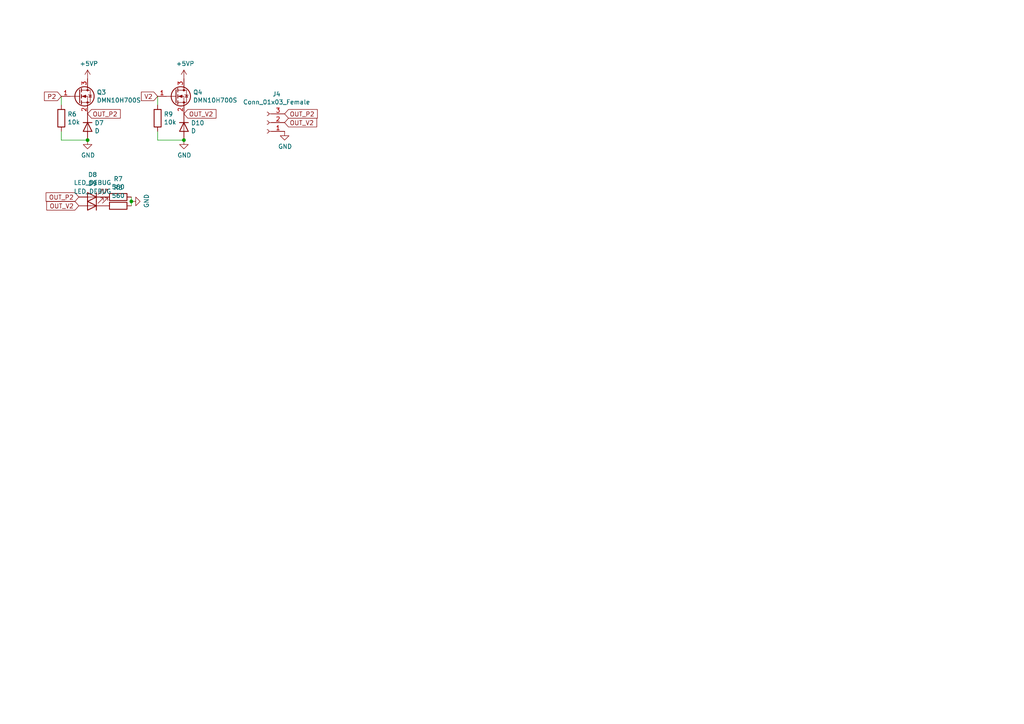
<source format=kicad_sch>
(kicad_sch (version 20211123) (generator eeschema)
  (paper "A4")
  (lib_symbols
    (symbol "Connector:Conn_01x03_Female" (pin_names (offset 1.016) hide)
      (property "Reference" "J" (at 0 5.08 0))
      (property "Value" "Conn_01x03_Female" (at 0 -5.08 0))
      (symbol "Conn_01x03_Female_1_1"
        (arc (start 0 -2.032) (mid -0.508 -2.54) (end 0 -3.048) (stroke (width 0.1524)))
        (polyline (pts (xy -1.27 -2.54) (xy -0.508 -2.54)) (stroke (width 0.1524)))
        (polyline (pts (xy -1.27 0) (xy -0.508 0)) (stroke (width 0.1524)))
        (polyline (pts (xy -1.27 2.54) (xy -0.508 2.54)) (stroke (width 0.1524)))
        (arc (start 0 0.508) (mid -0.508 0) (end 0 -0.508) (stroke (width 0.1524)))
        (arc (start 0 3.048) (mid -0.508 2.54) (end 0 2.032) (stroke (width 0.1524)))
        (pin passive line (at -5.08 2.54 0) (length 3.81) (name "Pin_1") (number "1"))
        (pin passive line (at -5.08 0 0) (length 3.81) (name "Pin_2") (number "2"))
        (pin passive line (at -5.08 -2.54 0) (length 3.81) (name "Pin_3") (number "3"))
      )
    )
    (symbol "Device:D" (pin_numbers hide) (pin_names (offset 1.016) hide)
      (property "Reference" "D" (at 0 2.54 0))
      (property "Value" "D" (at 0 -2.54 0))
      (symbol "D_0_1"
        (polyline (pts (xy -1.27 1.27) (xy -1.27 -1.27)) (stroke (width 0.254)))
        (polyline (pts (xy 1.27 0) (xy -1.27 0)))
        (polyline (pts (xy 1.27 1.27) (xy 1.27 -1.27) (xy -1.27 0) (xy 1.27 1.27)) (stroke (width 0.254)))
      )
      (symbol "D_1_1"
        (pin passive line (at -3.81 0 0) (length 2.54) (name "K") (number "1"))
        (pin passive line (at 3.81 0 180) (length 2.54) (name "A") (number "2"))
      )
    )
    (symbol "Device:LED" (pin_numbers hide) (pin_names (offset 1.016) hide)
      (property "Reference" "D" (at 0 2.54 0))
      (property "Value" "LED" (at 0 -2.54 0))
      (symbol "LED_0_1"
        (polyline (pts (xy -1.27 -1.27) (xy -1.27 1.27)) (stroke (width 0.254)))
        (polyline (pts (xy -1.27 0) (xy 1.27 0)))
        (polyline (pts (xy 1.27 -1.27) (xy 1.27 1.27) (xy -1.27 0) (xy 1.27 -1.27)) (stroke (width 0.254)))
        (polyline (pts (xy -3.048 -0.762) (xy -4.572 -2.286) (xy -3.81 -2.286) (xy -4.572 -2.286) (xy -4.572 -1.524)))
        (polyline (pts (xy -1.778 -0.762) (xy -3.302 -2.286) (xy -2.54 -2.286) (xy -3.302 -2.286) (xy -3.302 -1.524)))
      )
      (symbol "LED_1_1"
        (pin passive line (at -3.81 0 0) (length 2.54) (name "K") (number "1"))
        (pin passive line (at 3.81 0 180) (length 2.54) (name "A") (number "2"))
      )
    )
    (symbol "Device:R" (pin_numbers hide) (pin_names (offset 0))
      (property "Reference" "R" (at 2.032 0 90))
      (property "Value" "R" (at 0 0 90))
      (symbol "R_0_1"
        (rectangle (start -1.016 -2.54) (end 1.016 2.54) (stroke (width 0.254)))
      )
      (symbol "R_1_1"
        (pin passive line (at 0 3.81 270) (length 1.27) (name "~") (number "1"))
        (pin passive line (at 0 -3.81 90) (length 1.27) (name "~") (number "2"))
      )
    )
    (symbol "Transistor_FET:DMN10H700S" (pin_names hide)
      (property "Reference" "Q" (at 5.08 1.905 0))
      (property "Value" "DMN10H700S" (at 5.08 0 0))
      (symbol "DMN10H700S_0_1"
        (polyline (pts (xy 0.254 0) (xy -2.54 0)))
        (polyline (pts (xy 0.254 1.905) (xy 0.254 -1.905)) (stroke (width 0.254)))
        (polyline (pts (xy 0.762 -1.27) (xy 0.762 -2.286)) (stroke (width 0.254)))
        (polyline (pts (xy 0.762 0.508) (xy 0.762 -0.508)) (stroke (width 0.254)))
        (polyline (pts (xy 0.762 2.286) (xy 0.762 1.27)) (stroke (width 0.254)))
        (polyline (pts (xy 2.54 2.54) (xy 2.54 1.778)))
        (polyline (pts (xy 2.54 -2.54) (xy 2.54 0) (xy 0.762 0)))
        (polyline (pts (xy 0.762 -1.778) (xy 3.302 -1.778) (xy 3.302 1.778) (xy 0.762 1.778)))
        (polyline (pts (xy 1.016 0) (xy 2.032 0.381) (xy 2.032 -0.381) (xy 1.016 0)) (fill (type outline)))
        (polyline (pts (xy 2.794 0.508) (xy 2.921 0.381) (xy 3.683 0.381) (xy 3.81 0.254)))
        (polyline (pts (xy 3.302 0.381) (xy 2.921 -0.254) (xy 3.683 -0.254) (xy 3.302 0.381)))
        (circle (center 1.651 0) (radius 2.794) (stroke (width 0.254)))
        (circle (center 2.54 -1.778) (radius 0.254) (fill (type outline)))
        (circle (center 2.54 1.778) (radius 0.254) (fill (type outline)))
      )
      (symbol "DMN10H700S_1_1"
        (pin input line (at -5.08 0 0) (length 2.54) (name "G") (number "1"))
        (pin passive line (at 2.54 -5.08 90) (length 2.54) (name "S") (number "2"))
        (pin passive line (at 2.54 5.08 270) (length 2.54) (name "D") (number "3"))
      )
    )
    (symbol "power:+5VP" (power) (pin_names (offset 0))
      (property "Value" "+5VP" (at 0 3.556 0))
      (symbol "+5VP_0_1"
        (polyline (pts (xy -0.762 1.27) (xy 0 2.54)))
        (polyline (pts (xy 0 0) (xy 0 2.54)))
        (polyline (pts (xy 0 2.54) (xy 0.762 1.27)))
      )
      (symbol "+5VP_1_1"
        (pin power_in line (at 0 0 90) (length 0) hide (name "+5VP") (number "1"))
      )
    )
    (symbol "power:GND" (power) (pin_names (offset 0))
      (property "Value" "GND" (at 0 -3.81 0))
      (symbol "GND_0_1"
        (polyline (pts (xy 0 0) (xy 0 -1.27) (xy 1.27 -1.27) (xy 0 -2.54) (xy -1.27 -1.27) (xy 0 -1.27)))
      )
      (symbol "GND_1_1"
        (pin power_in line (at 0 0 270) (length 0) hide (name "GND") (number "1"))
      )
    )
  )
  (junction (at 53.34 40.64))
  (junction (at 38.1 58.42))
  (junction (at 25.4 40.64))
  (wire (pts (xy 17.78 40.64) (xy 25.4 40.64)))
  (wire (pts (xy 45.72 38.1) (xy 45.72 40.64)))
  (wire (pts (xy 17.78 30.48) (xy 17.78 27.94)))
  (wire (pts (xy 38.1 58.42) (xy 38.1 59.69)))
  (wire (pts (xy 45.72 30.48) (xy 45.72 27.94)))
  (wire (pts (xy 38.1 57.15) (xy 38.1 58.42)))
  (wire (pts (xy 17.78 38.1) (xy 17.78 40.64)))
  (wire (pts (xy 45.72 40.64) (xy 53.34 40.64)))
  (global_label "OUT_V2" (shape input) (at 82.55 35.56 0) (property "Intersheet References" "${INTERSHEET_REFS}" (effects hide)))
  (global_label "OUT_P2" (shape input) (at 22.86 57.15 180) (property "Intersheet References" "${INTERSHEET_REFS}" (effects hide)))
  (global_label "OUT_V2" (shape input) (at 22.86 59.69 180) (property "Intersheet References" "${INTERSHEET_REFS}" (effects hide)))
  (global_label "V2" (shape input) (at 45.72 27.94 180) (property "Intersheet References" "${INTERSHEET_REFS}" (effects hide)))
  (global_label "OUT_P2" (shape input) (at 25.4 33.02 0) (property "Intersheet References" "${INTERSHEET_REFS}" (effects hide)))
  (global_label "P2" (shape input) (at 17.78 27.94 180) (property "Intersheet References" "${INTERSHEET_REFS}" (effects hide)))
  (global_label "OUT_P2" (shape input) (at 82.55 33.02 0) (property "Intersheet References" "${INTERSHEET_REFS}" (effects hide)))
  (global_label "OUT_V2" (shape input) (at 53.34 33.02 0) (property "Intersheet References" "${INTERSHEET_REFS}" (effects hide)))
  (symbol (lib_id "Transistor_FET:DMN10H700S") (at 22.86 27.94 0)
    (property "Reference" "Q3" (at 28.0416 26.7716 0) (effects (justify left)))
    (property "Value" "DMN10H700S" (at 28.0416 29.083 0) (effects (justify left)))
    (property "Footprint" "Package_TO_SOT_SMD:SOT-23" (effects hide))
    (property "Datasheet" "http://www.diodes.com/assets/Datasheets/DMN10H700S.pdf" (effects hide))
  )
  (symbol (lib_id "power:GND") (at 25.4 40.64 0)
    (property "Reference" "#PWR024" (effects hide))
    (property "Value" "GND" (at 25.527 45.0342 0))
  )
  (symbol (lib_id "Device:R") (at 17.78 34.29 180)
    (property "Reference" "R6" (at 19.558 33.1216 0) (effects (justify right)))
    (property "Value" "10k" (at 19.558 35.433 0) (effects (justify right)))
    (property "Footprint" "Resistor_SMD:R_0805_2012Metric_Pad1.20x1.40mm_HandSolder" (effects hide))
  )
  (symbol (lib_id "power:+5VP") (at 25.4 22.86 0)
    (property "Reference" "#PWR023" (effects hide))
    (property "Value" "+5VP" (at 25.781 18.4658 0))
  )
  (symbol (lib_id "Device:D") (at 25.4 36.83 270)
    (property "Reference" "D7" (at 27.432 35.6616 90) (effects (justify left)))
    (property "Value" "D" (at 27.432 37.973 90) (effects (justify left)))
    (property "Footprint" "Diode_SMD:D_SOD-123" (effects hide))
  )
  (symbol (lib_id "Transistor_FET:DMN10H700S") (at 50.8 27.94 0)
    (property "Reference" "Q4" (at 55.9816 26.7716 0) (effects (justify left)))
    (property "Value" "DMN10H700S" (at 55.9816 29.083 0) (effects (justify left)))
    (property "Footprint" "Package_TO_SOT_SMD:SOT-23" (effects hide))
    (property "Datasheet" "http://www.diodes.com/assets/Datasheets/DMN10H700S.pdf" (effects hide))
  )
  (symbol (lib_id "power:GND") (at 53.34 40.64 0)
    (property "Reference" "#PWR029" (effects hide))
    (property "Value" "GND" (at 53.467 45.0342 0))
  )
  (symbol (lib_id "Device:R") (at 45.72 34.29 180)
    (property "Reference" "R9" (at 47.498 33.1216 0) (effects (justify right)))
    (property "Value" "10k" (at 47.498 35.433 0) (effects (justify right)))
    (property "Footprint" "Resistor_SMD:R_0805_2012Metric_Pad1.20x1.40mm_HandSolder" (effects hide))
  )
  (symbol (lib_id "power:+5VP") (at 53.34 22.86 0)
    (property "Reference" "#PWR026" (effects hide))
    (property "Value" "+5VP" (at 53.721 18.4658 0))
  )
  (symbol (lib_id "Device:D") (at 53.34 36.83 270)
    (property "Reference" "D10" (at 55.372 35.6616 90) (effects (justify left)))
    (property "Value" "D" (at 55.372 37.973 90) (effects (justify left)))
    (property "Footprint" "Diode_SMD:D_SOD-123" (effects hide))
  )
  (symbol (lib_id "Connector:Conn_01x03_Female") (at 77.47 35.56 180)
    (property "Reference" "J4" (at 80.2132 27.305 0))
    (property "Value" "Conn_01x03_Female" (at 80.2132 29.6164 0))
    (property "Footprint" "AREA_lib_Connector:Wuerth_2.54mm_3pins_61900311121" (effects hide))
  )
  (symbol (lib_id "power:GND") (at 82.55 38.1 0)
    (property "Reference" "#PWR030" (effects hide))
    (property "Value" "GND" (at 82.677 42.4942 0))
  )
  (symbol (lib_id "Device:LED") (at 26.67 57.15 180)
    (property "Reference" "D8" (at 26.8478 50.673 0))
    (property "Value" "LED_DEBUG" (at 26.8478 52.9844 0))
    (property "Footprint" "LED_SMD:LED_0805_2012Metric_Pad1.15x1.40mm_HandSolder" (effects hide))
  )
  (symbol (lib_id "Device:R") (at 34.29 57.15 270)
    (property "Reference" "R7" (at 34.29 51.8922 90))
    (property "Value" "560" (at 34.29 54.2036 90))
    (property "Footprint" "Resistor_SMD:R_0805_2012Metric_Pad1.20x1.40mm_HandSolder" (effects hide))
  )
  (symbol (lib_id "Device:LED") (at 26.67 59.69 180)
    (property "Reference" "D9" (at 26.8478 53.213 0))
    (property "Value" "LED_DEBUG" (at 26.8478 55.5244 0))
    (property "Footprint" "LED_SMD:LED_0805_2012Metric_Pad1.15x1.40mm_HandSolder" (effects hide))
  )
  (symbol (lib_id "Device:R") (at 34.29 59.69 270)
    (property "Reference" "R8" (at 34.29 54.4322 90))
    (property "Value" "560" (at 34.29 56.7436 90))
    (property "Footprint" "Resistor_SMD:R_0805_2012Metric_Pad1.20x1.40mm_HandSolder" (effects hide))
  )
  (symbol (lib_id "power:GND") (at 38.1 58.42 90)
    (property "Reference" "#PWR025" (effects hide))
    (property "Value" "GND" (at 42.4942 58.293 0))
  )
)
</source>
